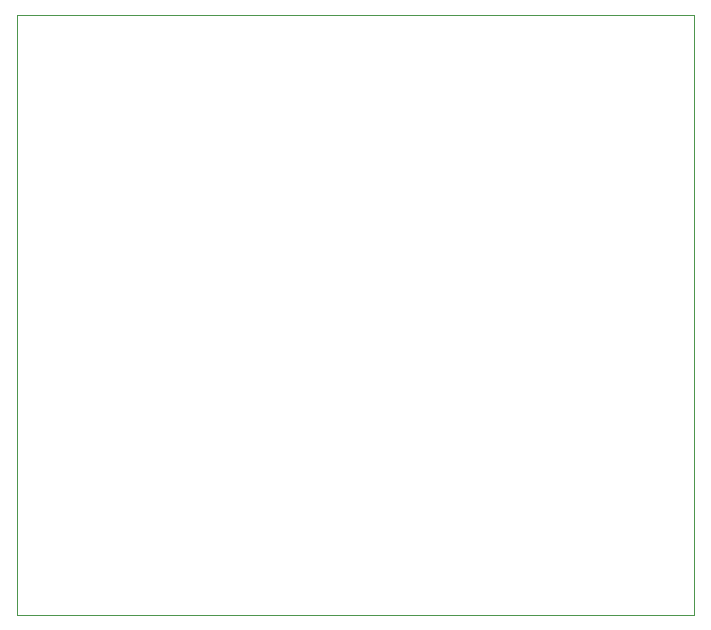
<source format=gbr>
G04 Layer_Color=0*
%FSLAX26Y26*%
%MOIN*%
%TF.FileFunction,Profile,NP*%
%TF.Part,Single*%
G01*
G75*
%TA.AperFunction,Profile*%
%ADD48C,0.001000*%
D48*
X2257874Y-2000000D02*
X0D01*
Y0D01*
X2257874D01*
Y-2000000D01*
%TF.MD5,db816686546a1660663515a57e4c98b6*%
M02*

</source>
